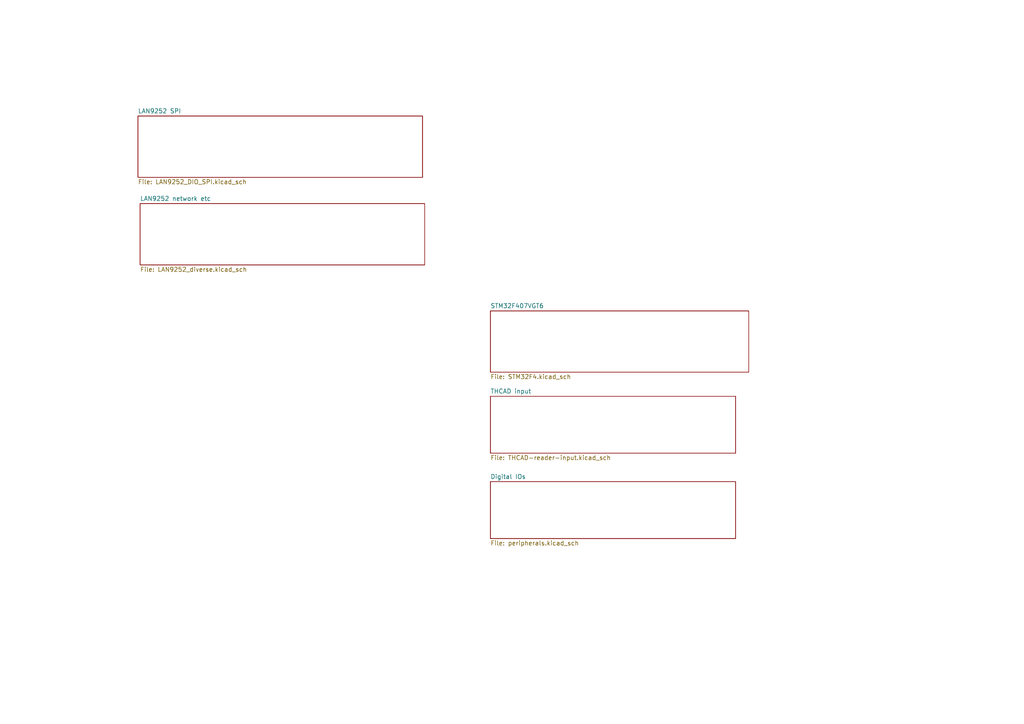
<source format=kicad_sch>
(kicad_sch
	(version 20231120)
	(generator "eeschema")
	(generator_version "8.0")
	(uuid "5597aedc-b607-407f-bbfd-31b3b298ecb1")
	(paper "A4")
	(title_block
		(title "THCAD reader")
	)
	(lib_symbols)
	(sheet
		(at 142.24 114.935)
		(size 71.12 16.51)
		(fields_autoplaced yes)
		(stroke
			(width 0.1524)
			(type solid)
		)
		(fill
			(color 0 0 0 0.0000)
		)
		(uuid "0a376a6c-0f15-42f8-81f6-3a55619be267")
		(property "Sheetname" "THCAD input"
			(at 142.24 114.2234 0)
			(effects
				(font
					(size 1.27 1.27)
				)
				(justify left bottom)
			)
		)
		(property "Sheetfile" "THCAD-reader-input.kicad_sch"
			(at 142.24 132.0296 0)
			(effects
				(font
					(size 1.27 1.27)
				)
				(justify left top)
			)
		)
		(instances
			(project "THCAD-reader+Digital-IO"
				(path "/5597aedc-b607-407f-bbfd-31b3b298ecb1"
					(page "5")
				)
			)
		)
	)
	(sheet
		(at 40.64 59.055)
		(size 82.55 17.78)
		(fields_autoplaced yes)
		(stroke
			(width 0.1524)
			(type solid)
		)
		(fill
			(color 0 0 0 0.0000)
		)
		(uuid "650f1ee4-2ce7-4e9d-a70d-f9d8defa5d03")
		(property "Sheetname" "LAN9252 network etc"
			(at 40.64 58.3434 0)
			(effects
				(font
					(size 1.27 1.27)
				)
				(justify left bottom)
			)
		)
		(property "Sheetfile" "LAN9252_diverse.kicad_sch"
			(at 40.64 77.4196 0)
			(effects
				(font
					(size 1.27 1.27)
				)
				(justify left top)
			)
		)
		(instances
			(project "THCAD-reader+Digital-IO"
				(path "/5597aedc-b607-407f-bbfd-31b3b298ecb1"
					(page "3")
				)
			)
		)
	)
	(sheet
		(at 142.24 139.7)
		(size 71.12 16.51)
		(fields_autoplaced yes)
		(stroke
			(width 0.1524)
			(type solid)
		)
		(fill
			(color 0 0 0 0.0000)
		)
		(uuid "b6f9794d-a1ac-41d9-a609-de182b88f0f8")
		(property "Sheetname" "Digital IOs"
			(at 142.24 138.9884 0)
			(effects
				(font
					(size 1.27 1.27)
				)
				(justify left bottom)
			)
		)
		(property "Sheetfile" "peripherals.kicad_sch"
			(at 142.24 156.7946 0)
			(effects
				(font
					(size 1.27 1.27)
				)
				(justify left top)
			)
		)
		(instances
			(project "THCAD-reader+Digital-IO"
				(path "/5597aedc-b607-407f-bbfd-31b3b298ecb1"
					(page "6")
				)
			)
		)
	)
	(sheet
		(at 40.005 33.655)
		(size 82.55 17.78)
		(fields_autoplaced yes)
		(stroke
			(width 0.1524)
			(type solid)
		)
		(fill
			(color 0 0 0 0.0000)
		)
		(uuid "bb884533-7795-46fd-b0b1-55ff193103ce")
		(property "Sheetname" "LAN9252 SPI"
			(at 40.005 32.9434 0)
			(effects
				(font
					(size 1.27 1.27)
				)
				(justify left bottom)
			)
		)
		(property "Sheetfile" "LAN9252_DIO_SPI.kicad_sch"
			(at 40.005 52.0196 0)
			(effects
				(font
					(size 1.27 1.27)
				)
				(justify left top)
			)
		)
		(instances
			(project "THCAD-reader+Digital-IO"
				(path "/5597aedc-b607-407f-bbfd-31b3b298ecb1"
					(page "2")
				)
			)
		)
	)
	(sheet
		(at 142.24 90.17)
		(size 74.93 17.78)
		(fields_autoplaced yes)
		(stroke
			(width 0.1524)
			(type solid)
		)
		(fill
			(color 0 0 0 0.0000)
		)
		(uuid "d564400f-40ba-4aca-9c2a-14ec52a8353b")
		(property "Sheetname" "STM32F407VGT6"
			(at 142.24 89.4584 0)
			(effects
				(font
					(size 1.27 1.27)
				)
				(justify left bottom)
			)
		)
		(property "Sheetfile" "STM32F4.kicad_sch"
			(at 142.24 108.5346 0)
			(effects
				(font
					(size 1.27 1.27)
				)
				(justify left top)
			)
		)
		(instances
			(project "THCAD-reader+Digital-IO"
				(path "/5597aedc-b607-407f-bbfd-31b3b298ecb1"
					(page "4")
				)
			)
		)
	)
	(sheet_instances
		(path "/"
			(page "1")
		)
	)
)

</source>
